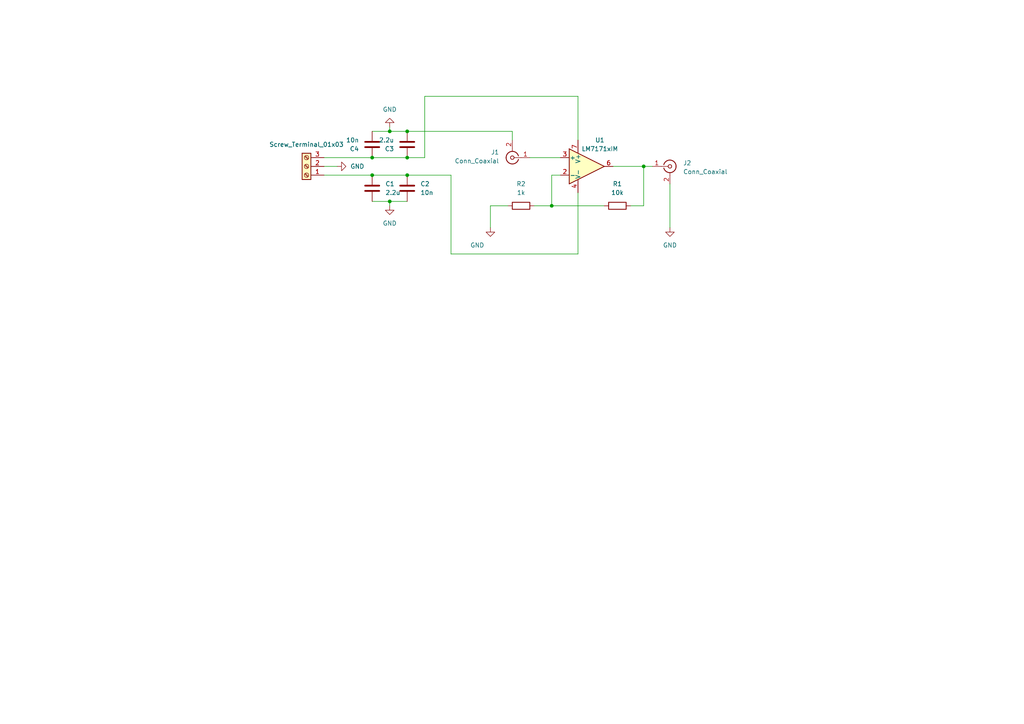
<source format=kicad_sch>
(kicad_sch (version 20230121) (generator eeschema)
  (paper "A4")
  (title_block (title "LM7171 mpm inverter amplifier") (date "2024-05-13") (rev "1.0") (company "University of Vienna") (comment 1 "Gain: 11"))
  (lib_symbols
    (symbol "Amplifier_Operational:LM7171xIM" (pin_names (offset 0.127))
      (property "Reference" "U" (at 0 6.35 0))
      (property "Value" "LM7171xIM" (at 0 3.81 0))
      (symbol "LM7171xIM_1_1"
        (polyline (pts (xy -5.08 5.08) (xy 5.08 0) (xy -5.08 -5.08) (xy -5.08 5.08)) (stroke (width 0.254)) (fill (type background)))
        (pin no_connect line (at 0 2.54 270) (length 5.08) hide (name "NC") (number "1"))
        (pin input line (at -7.62 -2.54 0) (length 2.54) (name "-") (number "2"))
        (pin input line (at -7.62 2.54 0) (length 2.54) (name "+") (number "3"))
        (pin power_in line (at -2.54 -7.62 90) (length 3.81) (name "V-") (number "4"))
        (pin no_connect line (at 0 -2.54 90) (length 5.08) hide (name "NC") (number "5"))
        (pin output line (at 7.62 0 180) (length 2.54) (name "~") (number "6"))
        (pin power_in line (at -2.54 7.62 270) (length 3.81) (name "V+") (number "7"))
        (pin no_connect line (at 2.54 -1.27 90) (length 6.35) hide (name "NC") (number "8"))
      )
    )
    (symbol "Connector:Conn_Coaxial" (pin_names (offset 1.016) hide)
      (property "Reference" "J" (at 0.254 3.048 0))
      (property "Value" "Conn_Coaxial" (at 2.921 0 90))
      (symbol "Conn_Coaxial_0_1"
        (arc (start -1.778 -0.508) (mid 0.2311 -1.8066) (end 1.778 0) (stroke (width 0.254)))
        (polyline (pts (xy -2.54 0) (xy -0.508 0)))
        (polyline (pts (xy 0 -2.54) (xy 0 -1.778)))
        (circle (center 0 0) (radius 0.508) (stroke (width 0.2032)))
        (arc (start 1.778 0) (mid 0.2099 1.8101) (end -1.778 0.508) (stroke (width 0.254)))
      )
      (symbol "Conn_Coaxial_1_1"
        (pin passive line (at -5.08 0 0) (length 2.54) (name "In") (number "1"))
        (pin passive line (at 0 -5.08 90) (length 2.54) (name "Ext") (number "2"))
      )
    )
    (symbol "Connector:Screw_Terminal_01x03" (pin_names (offset 1.016) hide)
      (property "Reference" "J" (at 0 5.08 0))
      (property "Value" "Screw_Terminal_01x03" (at 0 -5.08 0))
      (symbol "Screw_Terminal_01x03_1_1"
        (rectangle (start -1.27 3.81) (end 1.27 -3.81) (stroke (width 0.254)) (fill (type background)))
        (circle (center 0 -2.54) (radius 0.635) (stroke (width 0.1524)))
        (polyline (pts (xy -0.5334 -2.2098) (xy 0.3302 -3.048)) (stroke (width 0.1524)))
        (polyline (pts (xy -0.5334 0.3302) (xy 0.3302 -0.508)) (stroke (width 0.1524)))
        (polyline (pts (xy -0.5334 2.8702) (xy 0.3302 2.032)) (stroke (width 0.1524)))
        (polyline (pts (xy -0.3556 -2.032) (xy 0.508 -2.8702)) (stroke (width 0.1524)))
        (polyline (pts (xy -0.3556 0.508) (xy 0.508 -0.3302)) (stroke (width 0.1524)))
        (polyline (pts (xy -0.3556 3.048) (xy 0.508 2.2098)) (stroke (width 0.1524)))
        (circle (center 0 0) (radius 0.635) (stroke (width 0.1524)))
        (circle (center 0 2.54) (radius 0.635) (stroke (width 0.1524)))
        (pin passive line (at -5.08 2.54 0) (length 3.81) (name "Pin_1") (number "1"))
        (pin passive line (at -5.08 0 0) (length 3.81) (name "Pin_2") (number "2"))
        (pin passive line (at -5.08 -2.54 0) (length 3.81) (name "Pin_3") (number "3"))
      )
    )
    (symbol "Device:C" (pin_numbers hide) (pin_names (offset 0.254))
      (property "Reference" "C" (at 0.635 2.54 0))
      (property "Value" "C" (at 0.635 -2.54 0))
      (symbol "C_0_1"
        (polyline (pts (xy -2.032 -0.762) (xy 2.032 -0.762)) (stroke (width 0.508)))
        (polyline (pts (xy -2.032 0.762) (xy 2.032 0.762)) (stroke (width 0.508)))
      )
      (symbol "C_1_1"
        (pin passive line (at 0 3.81 270) (length 2.794) (name "~") (number "1"))
        (pin passive line (at 0 -3.81 90) (length 2.794) (name "~") (number "2"))
      )
    )
    (symbol "Device:R" (pin_numbers hide) (pin_names (offset 0))
      (property "Reference" "R" (at 2.032 0 90))
      (property "Value" "R" (at 0 0 90))
      (symbol "R_0_1"
        (rectangle (start -1.016 -2.54) (end 1.016 2.54) (stroke (width 0.254)))
      )
      (symbol "R_1_1"
        (pin passive line (at 0 3.81 270) (length 1.27) (name "~") (number "1"))
        (pin passive line (at 0 -3.81 90) (length 1.27) (name "~") (number "2"))
      )
    )
    (symbol "power:GND" (power) (pin_names (offset 0))
      (property "Value" "GND" (at 0 -3.81 0))
      (symbol "GND_0_1"
        (polyline (pts (xy 0 0) (xy 0 -1.27) (xy 1.27 -1.27) (xy 0 -2.54) (xy -1.27 -1.27) (xy 0 -1.27)))
      )
      (symbol "GND_1_1"
        (pin power_in line (at 0 0 270) (length 0) hide (name "GND") (number "1"))
      )
    )
  )
  (junction (at 118.11 38.1))
  (junction (at 107.95 50.8))
  (junction (at 118.11 50.8))
  (junction (at 113.03 38.1))
  (junction (at 186.69 48.26))
  (junction (at 160.02 59.69))
  (junction (at 107.95 45.72))
  (junction (at 118.11 45.72))
  (junction (at 113.03 58.42))
  (wire (pts (xy 130.81 73.66) (xy 130.81 50.8)))
  (wire (pts (xy 153.67 45.72) (xy 162.56 45.72)))
  (wire (pts (xy 123.19 45.72) (xy 118.11 45.72)))
  (wire (pts (xy 142.24 66.04) (xy 142.24 59.69)))
  (wire (pts (xy 167.64 73.66) (xy 130.81 73.66)))
  (wire (pts (xy 186.69 59.69) (xy 186.69 48.26)))
  (wire (pts (xy 182.88 59.69) (xy 186.69 59.69)))
  (wire (pts (xy 186.69 48.26) (xy 189.23 48.26)))
  (wire (pts (xy 130.81 50.8) (xy 118.11 50.8)))
  (wire (pts (xy 160.02 59.69) (xy 160.02 50.8)))
  (wire (pts (xy 148.59 38.1) (xy 118.11 38.1)))
  (wire (pts (xy 167.64 27.94) (xy 123.19 27.94)))
  (wire (pts (xy 113.03 38.1) (xy 107.95 38.1)))
  (wire (pts (xy 93.98 45.72) (xy 107.95 45.72)))
  (wire (pts (xy 167.64 55.88) (xy 167.64 73.66)))
  (wire (pts (xy 107.95 50.8) (xy 118.11 50.8)))
  (wire (pts (xy 93.98 48.26) (xy 97.79 48.26)))
  (wire (pts (xy 177.8 48.26) (xy 186.69 48.26)))
  (wire (pts (xy 118.11 38.1) (xy 113.03 38.1)))
  (wire (pts (xy 107.95 45.72) (xy 118.11 45.72)))
  (wire (pts (xy 160.02 50.8) (xy 162.56 50.8)))
  (wire (pts (xy 93.98 50.8) (xy 107.95 50.8)))
  (wire (pts (xy 113.03 58.42) (xy 118.11 58.42)))
  (wire (pts (xy 113.03 38.1) (xy 113.03 36.83)))
  (wire (pts (xy 107.95 58.42) (xy 113.03 58.42)))
  (wire (pts (xy 148.59 38.1) (xy 148.59 40.64)))
  (wire (pts (xy 160.02 59.69) (xy 175.26 59.69)))
  (wire (pts (xy 154.94 59.69) (xy 160.02 59.69)))
  (wire (pts (xy 113.03 58.42) (xy 113.03 59.69)))
  (wire (pts (xy 123.19 27.94) (xy 123.19 45.72)))
  (wire (pts (xy 194.31 66.04) (xy 194.31 53.34)))
  (wire (pts (xy 167.64 40.64) (xy 167.64 27.94)))
  (wire (pts (xy 142.24 59.69) (xy 147.32 59.69)))
  (symbol (lib_id "Device:C") (at 107.95 54.61 0) (unit 1)
    (property "Reference" "C1" (at 111.76 53.34 0) (effects (justify left)))
    (property "Value" "2.2u" (at 111.76 55.88 0) (effects (justify left)))
    (property "Footprint" "Capacitor_Tantalum_SMD:CP_EIA-1608-08_AVX-J" (effects hide))
  )
  (symbol (lib_id "power:GND") (at 113.03 36.83 180) (unit 1)
    (property "Reference" "#PWR05" (effects hide))
    (property "Value" "GND" (at 113.03 31.75 0))
  )
  (symbol (lib_id "Device:C") (at 107.95 41.91 180) (unit 1)
    (property "Reference" "C4" (at 104.14 43.18 0) (effects (justify left)))
    (property "Value" "10n" (at 104.14 40.64 0) (effects (justify left)))
    (property "Footprint" "Capacitor_Tantalum_SMD:CP_EIA-1608-08_AVX-J" (effects hide))
  )
  (symbol (lib_id "Device:R") (at 179.07 59.69 90) (unit 1)
    (property "Reference" "R1" (at 179.07 53.34 90))
    (property "Value" "10k" (at 179.07 55.88 90))
    (property "Footprint" "Resistor_SMD:R_0201_0603Metric" (effects hide))
  )
  (symbol (lib_id "Connector:Conn_Coaxial") (at 148.59 45.72 180) (unit 1)
    (property "Reference" "J1" (at 144.78 44.1568 0) (effects (justify left)))
    (property "Value" "Conn_Coaxial" (at 144.78 46.6968 0) (effects (justify left)))
    (property "Footprint" "Connector_Coaxial:SMA_Amphenol_132134-10_Vertical" (effects hide))
    (property "Datasheet" " ~" (effects hide))
  )
  (symbol (lib_id "Device:C") (at 118.11 54.61 0) (unit 1)
    (property "Reference" "C2" (at 121.92 53.34 0) (effects (justify left)))
    (property "Value" "10n" (at 121.92 55.88 0) (effects (justify left)))
    (property "Footprint" "Capacitor_Tantalum_SMD:CP_EIA-1608-08_AVX-J" (effects hide))
  )
  (symbol (lib_id "power:GND") (at 113.03 59.69 0) (unit 1)
    (property "Reference" "#PWR01" (effects hide))
    (property "Value" "GND" (at 113.03 64.77 0))
  )
  (symbol (lib_id "Device:C") (at 118.11 41.91 180) (unit 1)
    (property "Reference" "C3" (at 114.3 43.18 0) (effects (justify left)))
    (property "Value" "2.2u" (at 114.3 40.64 0) (effects (justify left)))
    (property "Footprint" "Capacitor_Tantalum_SMD:CP_EIA-1608-08_AVX-J" (effects hide))
  )
  (symbol (lib_id "power:GND") (at 97.79 48.26 90) (unit 1)
    (property "Reference" "#PWR04" (effects hide))
    (property "Value" "GND" (at 101.6 48.26 90) (effects (justify right)))
  )
  (symbol (lib_id "Connector:Conn_Coaxial") (at 194.31 48.26 0) (unit 1)
    (property "Reference" "J2" (at 198.12 47.2832 0) (effects (justify left)))
    (property "Value" "Conn_Coaxial" (at 198.12 49.8232 0) (effects (justify left)))
    (property "Footprint" "Connector_Coaxial:SMA_Amphenol_132134-10_Vertical" (effects hide))
    (property "Datasheet" " ~" (effects hide))
  )
  (symbol (lib_id "power:GND") (at 142.24 66.04 0) (unit 1)
    (property "Reference" "#PWR02" (effects hide))
    (property "Value" "GND" (at 138.43 71.12 0))
  )
  (symbol (lib_id "power:GND") (at 194.31 66.04 0) (unit 1)
    (property "Reference" "#PWR03" (effects hide))
    (property "Value" "GND" (at 194.31 71.12 0))
  )
  (symbol (lib_id "Device:R") (at 151.13 59.69 90) (unit 1)
    (property "Reference" "R2" (at 151.13 53.34 90))
    (property "Value" "1k" (at 151.13 55.88 90))
    (property "Footprint" "Resistor_SMD:R_0201_0603Metric" (effects hide))
  )
  (symbol (lib_id "Connector:Screw_Terminal_01x03") (at 88.9 48.26 180) (unit 1)
    (property "Reference" "J3" (effects hide))
    (property "Value" "Screw_Terminal_01x03" (at 88.9 41.91 0))
    (property "Footprint" "TerminalBlock:TerminalBlock_Altech_AK300-3_P5.00mm" (effects hide))
  )
  (symbol (lib_id "Amplifier_Operational:LM7171xIM") (at 170.18 48.26 0) (unit 1)
    (property "Reference" "U1" (at 173.99 40.64 0))
    (property "Value" "LM7171xIM" (at 173.99 43.18 0))
    (property "Footprint" "Package_SO:SOIC-8_3.9x4.9mm_P1.27mm" (effects hide))
    (property "Datasheet" "https://www.ti.com/lit/ds/symlink/lm7171.pdf" (effects hide))
  )
)
</source>
